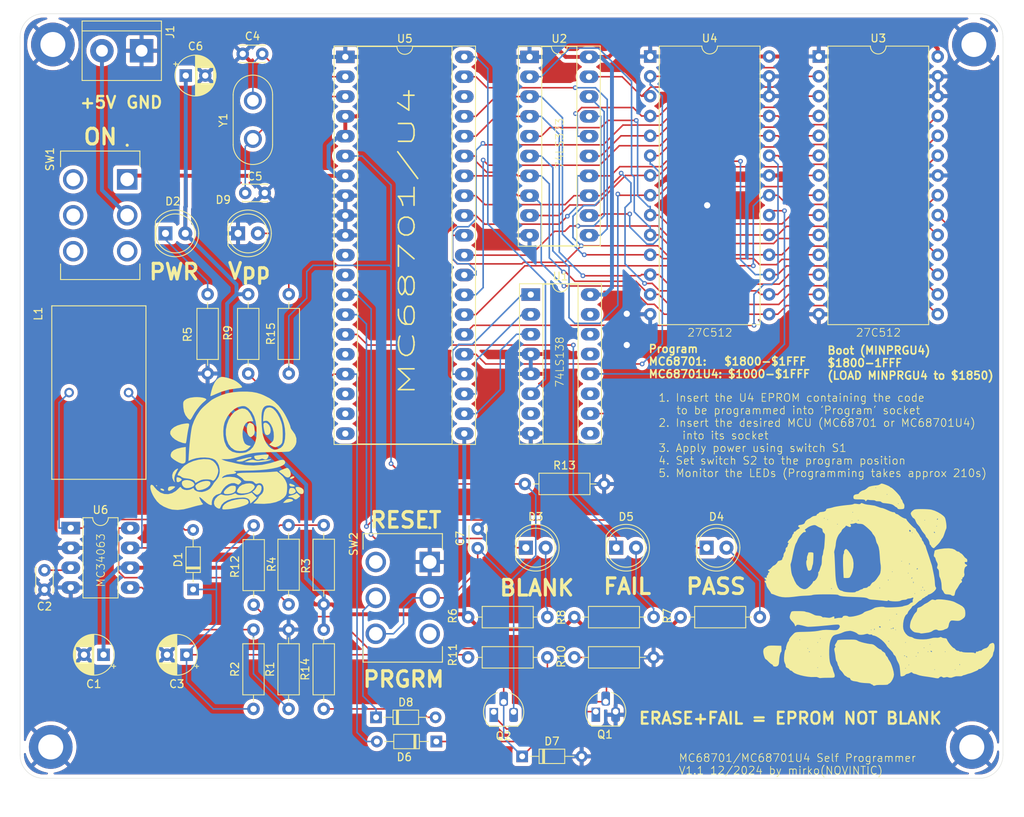
<source format=kicad_pcb>
(kicad_pcb (version 20240108) (generator "pcbnew") (generator_version "8.0")
  (title_block (title "MC68701/MC68701U4 Self Programmer") (date "2024-12-09") (rev "0.8") (comment 3 "mirko (NOVINTIC)"))
  (layers (0 "F.Cu" signal) (31 "B.Cu" signal) (34 "B.Paste" user) (35 "F.Paste" user) (36 "B.SilkS" user "B.Silkscreen") (37 "F.SilkS" user "F.Silkscreen") (38 "B.Mask" user) (39 "F.Mask" user) (44 "Edge.Cuts" user))
  (net 0 "")
  (net 1 "+5V")
  (net 2 "GND")
  (net 3 "Net-(U6-TC)")
  (net 4 "+26V")
  (net 5 "Net-(U5-XTAL1)")
  (net 6 "Net-(U5-EXTAL2)")
  (net 7 "Net-(Q2-E)")
  (net 8 "Net-(D1-A)")
  (net 9 "Net-(D2-K)")
  (net 10 "Net-(D3-A)")
  (net 11 "Net-(D3-K)")
  (net 12 "Net-(D4-A)")
  (net 13 "Net-(D4-K)")
  (net 14 "Net-(D5-K)")
  (net 15 "Net-(D5-A)")
  (net 16 "Net-(D6-A)")
  (net 17 "Net-(D6-K)")
  (net 18 "Net-(D7-K)")
  (net 19 "Net-(D8-K)")
  (net 20 "Net-(D8-A)")
  (net 21 "Net-(J1-Pin_2)")
  (net 22 "Net-(U6-Ipk)")
  (net 23 "Net-(Q2-C)")
  (net 24 "Net-(U6-Vfb)")
  (net 25 "Net-(U6-DC)")
  (net 30 "Net-(U1-A0)")
  (net 31 "Net-(U1-A2)")
  (net 32 "Net-(U1-O3)")
  (net 33 "Net-(U1-A1)")
  (net 35 "Net-(U1-E3)")
  (net 36 "Net-(U1-O5)")
  (net 42 "Net-(U2-O4)")
  (net 43 "Net-(U2-D3)")
  (net 44 "Net-(U2-O1)")
  (net 45 "Net-(U2-D4)")
  (net 46 "Net-(U2-D1)")
  (net 47 "Net-(U2-O0)")
  (net 48 "Net-(U2-O6)")
  (net 49 "Net-(U2-D2)")
  (net 50 "Net-(U2-D5)")
  (net 51 "Net-(U2-O2)")
  (net 52 "Net-(U2-O7)")
  (net 53 "Net-(U2-O5)")
  (net 54 "Net-(U2-O3)")
  (net 55 "Net-(U2-D7)")
  (net 56 "Net-(U2-D6)")
  (net 57 "Net-(U2-LE)")
  (net 58 "Net-(U2-D0)")
  (net 59 "Net-(U3-A11)")
  (net 60 "Net-(U3-A9)")
  (net 61 "Net-(U3-A10)")
  (net 62 "Net-(U3-A8)")
  (net 63 "Net-(U3-A12)")
  (net 73 "Net-(D9-A)")
  (footprint "TerminalBlock:TerminalBlock_bornier-2_P5.08mm" (layer "F.Cu") (at 95.24 50.5 180)
    (property "Reference" "J1")
    (property "Value" "+5Vin")
  )
  (footprint "Package_DIP:DIP-28_W15.24mm" (layer "F.Cu") (at 160.4 51.24)
    (property "Reference" "U4")
    (property "Value" "27C512")
  )
  (footprint "Resistor_THT:R_Axial_DIN0207_L6.3mm_D2.5mm_P10.16mm_Horizontal" (layer "F.Cu") (at 114.1 91.86 90)
    (property "Reference" "R15")
    (property "Value" "2K")
  )
  (footprint "Capacitor_THT:CP_Radial_D5.0mm_P2.50mm" (layer "F.Cu") (at 101 127.885 180)
    (property "Reference" "C3")
    (property "Value" "63uF")
  )
  (footprint "Package_DIP:DIP-28_W15.24mm" (layer "F.Cu") (at 182 51.24)
    (property "Reference" "U3")
    (property "Value" "27C512")
  )
  (footprint "Resistor_THT:R_Axial_DIN0207_L6.3mm_D2.5mm_P10.16mm_Horizontal" (layer "F.Cu") (at 118.575 134.825 90)
    (property "Reference" "R14")
    (property "Value" "27R")
  )
  (footprint "Capacitor_THT:C_Disc_D3.0mm_W2.0mm_P2.50mm" (layer "F.Cu") (at 138.3 114.235 90)
    (property "Reference" "C7")
    (property "Value" ".1uF")
  )
  (footprint "Resistor_THT:R_Axial_DIN0207_L6.3mm_D2.5mm_P10.16mm_Horizontal" (layer "F.Cu") (at 114.075 134.825 90)
    (property "Reference" "R1")
    (property "Value" "1K")
  )
  (footprint "MountingHole:MountingHole_3.2mm_M3_DIN965_Pad" (layer "F.Cu") (at 201.875 49.7)
    (property "Reference" "REF**" (hide yes))
    (property "Value" "MountingHole_3.2mm_M3_DIN965_Pad" (hide yes))
  )
  (footprint "Package_TO_SOT_THT:TO-92_HandSolder" (layer "F.Cu") (at 153.43 135.17)
    (property "Reference" "Q1")
    (property "Value" "BC547")
  )
  (footprint "footprints:SW_GF-126-0159" (layer "F.Cu") (at 89.94 71.585 -90)
    (property "Reference" "SW1")
    (property "Value" "SW_DPDT_x2")
  )
  (footprint "Resistor_THT:R_Axial_DIN0207_L6.3mm_D2.5mm_P10.16mm_Horizontal" (layer "F.Cu") (at 144.34 106)
    (property "Reference" "R13")
    (property "Value" "10K")
  )
  (footprint "LED_THT:LED_D5.0mm_Clear" (layer "F.Cu") (at 98.3 73.9)
    (property "Reference" "D2")
    (property "Value" "PWR")
  )
  (footprint "Diode_THT:D_DO-34_SOD68_P7.62mm_Horizontal" (layer "F.Cu") (at 101.845 119.515 90)
    (property "Reference" "D1")
    (property "Value" "1N5818/5819/5820")
  )
  (footprint "footprints:IND_FIT68-1" (layer "F.Cu") (at 89.765 94.295 -90)
    (property "Reference" "L1")
    (property "Value" "88uH")
  )
  (footprint "Capacitor_THT:CP_Radial_D5.0mm_P2.50mm" (layer "F.Cu") (at 100.9 53.68)
    (property "Reference" "C6")
    (property "Value" "100uF")
  )
  (footprint "LED_THT:LED_D5.0mm" (layer "F.Cu") (at 107.6 73.9)
    (property "Reference" "D9")
    (property "Value" "Vpp")
  )
  (footprint "MountingHole:MountingHole_3.2mm_M3_DIN965_Pad" (layer "F.Cu") (at 83.875 49.7)
    (property "Reference" "REF**" (hide yes))
    (property "Value" "MountingHole_3.2mm_M3_DIN965_Pad" (hide yes))
  )
  (footprint "LED_THT:LED_D5.0mm" (layer "F.Cu") (at 144.47 114.17)
    (property "Reference" "D3")
    (property "Value" "Erase")
  )
  (footprint "LED_THT:LED_D5.0mm" (layer "F.Cu") (at 156.05 114.17)
    (property "Reference" "D5")
    (property "Value" "Fail")
  )
  (footprint "footprints:BB_Bob" (layer "F.Cu") (at 106 101.2)
    (property "Reference" "G***" (hide yes))
    (property "Value" "LOGO" (hide yes))
  )
  (footprint "Package_DIP:DIP-20_W7.62mm_Socket_LongPads" (layer "F.Cu") (at 144.945 51.29)
    (property "Reference" "U2")
    (property "Value" "74LS373")
  )
  (footprint "Capacitor_THT:C_Disc_D3.0mm_W2.0mm_P2.50mm" (layer "F.Cu") (at 108.2 50.9)
    (property "Reference" "C4")
    (property "Value" "10pF")
  )
  (footprint "Resistor_THT:R_Axial_DIN0207_L6.3mm_D2.5mm_P10.16mm_Horizontal" (layer "F.Cu") (at 150.68 128.22)
    (property "Reference" "R10")
    (property "Value" "10K")
  )
  (footprint "Resistor_THT:R_Axial_DIN0207_L6.3mm_D2.5mm_P10.16mm_Horizontal" (layer "F.Cu") (at 108.9 81.7 -90)
    (property "Reference" "R9")
    (property "Value" "3.9K")
  )
  (footprint "Package_DIP:DIP-8_W7.62mm_LongPads" (layer "F.Cu") (at 86.165 111.655)
    (property "Reference" "U6")
    (property "Value" "MC34063AD")
  )
  (footprint "Resistor_THT:R_Axial_DIN0207_L6.3mm_D2.5mm_P10.16mm_Horizontal" (layer "F.Cu") (at 114.075 121.435 90)
    (property "Reference" "R4")
    (property "Value" "180R")
  )
  (footprint "Capacitor_THT:CP_Radial_D5.0mm_P2.50mm" (layer "F.Cu") (at 90.365 127.885 180)
    (property "Reference" "C1")
    (property "Value" "470uF(?)")
  )
  (footprint "Resistor_THT:R_Axial_DIN0207_L6.3mm_D2.5mm_P10.16mm_Horizontal" (layer "F.Cu") (at 137.07 123.06)
    (property "Reference" "R6")
    (property "Value" "470R")
  )
  (footprint "Resistor_THT:R_Axial_DIN0207_L6.3mm_D2.5mm_P10.16mm_Horizontal" (layer "F.Cu") (at 118.575 111.275 -90)
    (property "Reference" "R3")
    (property "Value" "0.23R")
  )
  (footprint "Resistor_THT:R_Axial_DIN0207_L6.3mm_D2.5mm_P10.16mm_Horizontal" (layer "F.Cu") (at 164.29 123.06)
    (property "Reference" "R7")
    (property "Value" "470R")
  )
  (footprint "Diode_THT:D_DO-34_SOD68_P7.62mm_Horizontal" (layer "F.Cu") (at 144 140.9)
    (property "Reference" "D7")
    (property "Value" "1N4748/1N5251")
  )
  (footprint "LED_THT:LED_D5.0mm" (layer "F.Cu") (at 167.63 114.17)
    (property "Reference" "D4")
    (property "Value" "Pass (OK)")
  )
  (footprint "Resistor_THT:R_Axial_DIN0207_L6.3mm_D2.5mm_P10.16mm_Horizontal" (layer "F.Cu") (at 103.7 81.7 -90)
    (property "Reference" "R5")
    (property "Value" "470R")
  )
  (footprint "Crystal:Crystal_HC50_Vertical" (layer "F.Cu") (at 109.5 61.8 90)
    (property "Reference" "Y1")
    (property "Value" "4Mhz")
  )
  (footprint "Package_TO_SOT_THT:TO-92_HandSolder" (layer "F.Cu") (at 140.36 135.2)
    (property "Reference" "Q2")
    (property "Value" "BC547")
  )
  (footprint "Resistor_THT:R_Axial_DIN0207_L6.3mm_D2.5mm_P10.16mm_Horizontal" (layer "F.Cu") (at 109.6 111.32 -90)
    (property "Reference" "R12")
    (property "Value" "10K")
  )
  (footprint "Resistor_THT:R_Axial_DIN0207_L6.3mm_D2.5mm_P10.16mm_Horizontal" (layer "F.Cu") (at 109.575 134.825 90)
    (property "Reference" "R2")
    (property "Value" "20K")
  )
  (footprint "Resistor_THT:R_Axial_DIN0207_L6.3mm_D2.5mm_P10.16mm_Horizontal" (layer "F.Cu") (at 150.68 123.06)
    (property "Reference" "R8")
    (property "Value" "470R")
  )
  (footprint "Package_DIP:DIP-16_W7.62mm_Socket_LongPads" (layer "F.Cu") (at 145.1 81.74)
    (property "Reference" "U1")
    (property "Value" "74LS138")
  )
  (footprint "Resistor_THT:R_Axial_DIN0207_L6.3mm_D2.5mm_P10.16mm_Horizontal" (layer "F.Cu") (at 137.07 128.22)
    (property "Reference" "R11")
    (property "Value" "100R")
  )
  (footprint "footprints:MCU_Logo" (layer "F.Cu") (at 189.515333 118.225715)
    (property "Reference" "G***" (hide yes))
    (property "Value" "LOGO" (hide yes))
  )
  (footprint "Capacitor_THT:C_Disc_D3.0mm_W2.0mm_P2.50mm" (layer "F.Cu") (at 82.8 117.05 -90)
    (property "Reference" "C2")
    (property "Value" "1123pF")
  )
  (footprint "Capacitor_THT:C_Disc_D3.0mm_W2.0mm_P2.50mm" (layer "F.Cu") (at 108.52 68.72)
    (property "Reference" "C5")
    (property "Value" "10pF")
  )
  (footprint "Package_DIP:DIP-40_W15.24mm_Socket_LongPads" (layer "F.Cu") (at 121.34 51.29)
    (property "Reference" "U5")
    (property "Value" "~")
  )
  (footprint "" (layer "F.Cu") (at 83.6 139.7)
    (property "Reference" "")
    (property "Value" "")
  )
  (footprint "Diode_THT:D_DO-34_SOD68_P7.62mm_Horizontal" (layer "F.Cu") (at 125.28 135.9)
    (property "Reference" "D8")
    (property "Value" "D_Small")
  )
  (footprint "" (layer "F.Cu") (at 201.6 139.7)
    (property "Reference" "")
    (property "Value" "")
  )
  (footprint "footprints:SW_GF-126-0159" (layer "F.Cu") (at 128.7 120.6 -90)
    (property "Reference" "SW2")
    (property "Value" "RST/PRG")
  )
  (footprint "Diode_THT:D_DO-34_SOD68_P7.62mm_Horizontal" (layer "F.Cu") (at 133 139 180)
    (property "Reference" "D6")
    (property "Value" "D_Small")
  )
  (gr_arc (start 82.67 143.715) (mid 80.54868 142.83632) (end 79.67 140.715) (stroke (width 0.05)) (layer "Edge.Cuts"))
  (gr_arc (start 79.67 48.755) (mid 80.54868 46.63368) (end 82.67 45.755) (stroke (width 0.05)) (layer "Edge.Cuts"))
  (gr_line (start 202.6 143.715) (end 82.67 143.715) (stroke (width 0.05)) (layer "Edge.Cuts"))
  (gr_arc (start 202.6 45.755) (mid 204.72132 46.63368) (end 205.6 48.755) (stroke (width 0.05)) (layer "Edge.Cuts"))
  (gr_arc (start 205.6 140.715) (mid 204.72132 142.83632) (end 202.6 143.715) (stroke (width 0.05)) (layer "Edge.Cuts"))
  (gr_line (start 82.67 45.755) (end 202.6 45.755) (stroke (width 0.05)) (layer "Edge.Cuts"))
  (gr_line (start 79.67 140.715) (end 79.67 48.755) (stroke (width 0.05)) (layer "Edge.Cuts"))
  (gr_line (start 205.6 48.755) (end 205.6 140.715) (stroke (width 0.05)) (layer "Edge.Cuts"))
  (gr_text "FAIL\n" (at 154.2 120.3 0) (layer "F.SilkS") (effects (font (size 2 2) (thickness 0.4) (bold yes)) (justify left bottom)))
  (gr_text "Program\nMC68701:   $1800-$1FFF\nMC68701U4: $1000-$1FFF" (at 160.1 92.5 0) (layer "F.SilkS") (effects (font (size 1 1) (thickness 0.2) (bold yes)) (justify left bottom)))
  (gr_text "PRGRM" (at 123.4 132.2 0) (layer "F.SilkS") (effects (font (size 2 2) (thickness 0.4) (bold yes)) (justify left bottom)))
  (gr_text "BLANK" (at 140.9 120.5 0) (layer "F.SilkS") (effects (font (size 2 2) (thickness 0.4) (bold yes)) (justify left bottom)))
  (gr_text "74LS138" (at 149.4 93.7 90) (layer "F.SilkS") (effects (font (size 1 1) (thickness 0.1)) (justify left bottom)))
  (gr_text "74LS373" (at 149.4 65.7 90) (layer "F.SilkS") (effects (font (size 1 1) (thickness 0.1)) (justify left bottom)))
  (gr_text "MC34063" (at 90.6 119.3 90) (layer "F.SilkS") (effects (font (size 1 1) (thickness 0.1)) (justify left bottom)))
  (gr_text "Boot (MINPRGU4)\n$1800-1FFF\n(LOAD MINPRGU4 to $1850)" (at 183 92.7 0) (layer "F.SilkS") (effects (font (size 1 1) (thickness 0.2) (bold yes)) (justify left bottom)))
  (gr_text "1. Insert the U4 EPROM containing the code \n   to be programmed into 'Program' socket\n2. Insert the desired MCU (MC68701 or MC68701U4)\n    into its socket\n3. Apply power using switch S1\n4. Set switch S2 to the program position\n5. Monitor the LEDs (Programming takes approx 210s)" (at 161.4 105.2 0) (layer "F.SilkS") (effects (font (size 1 1) (thickness 0.1)) (justify left bottom)))
  (gr_text "PASS" (at 164.8 120.3 0) (layer "F.SilkS") (effects (font (size 2 2) (thickness 0.4) (bold yes)) (justify left bottom)))
  (gr_text "27C512" (at 186.7 87.2 0) (layer "F.SilkS") (effects (font (size 1 1) (thickness 0.1)) (justify left bottom)))
  (gr_text "PWR" (at 96 80 0) (layer "F.SilkS") (effects (font (size 2 2) (thickness 0.4) (bold yes)) (justify left bottom)))
  (gr_text "ERASE+FAIL = EPROM NOT BLANK" (at 158.8 136.9 0) (layer "F.SilkS") (effects (font (size 1.5 1.5) (thickness 0.3) (bold yes)) (justify left bottom)))
  (gr_text "+5V" (at 87.2 58 0) (layer "F.SilkS") (effects (font (size 1.5 1.5) (thickness 0.3) (bold yes)) (justify left bottom)))
  (gr_text "RESET" (at 124.3 111.8 0) (layer "F.SilkS") (effects (font (size 2 2) (thickness 0.4) (bold yes)) (justify left bottom)))
  (gr_text "MC68701/U4" (at 130.4 95 90) (layer "F.SilkS") (effects (font (size 2 4) (thickness 0.2) (bold yes)) (justify left bottom)))
  (gr_text "27C512" (at 165.1 87.2 0) (layer "F.SilkS") (effects (font (size 1 1) (thickness 0.1)) (justify left bottom)))
  (gr_text "Vpp" (at 106.1 79.9 0) (layer "F.SilkS") (effects (font (size 2 2) (thickness 0.4) (bold yes)) (justify left bottom)))
  (gr_text "GND" (at 93.1 58 0) (layer "F.SilkS") (effects (font (size 1.5 1.5) (thickness 0.3) (bold yes)) (justify left bottom)))
  (gr_text "MC68701/MC68701U4 Self Programmer\nV1.1 12/2024 by mirko(NOVINTIC)" (at 164 143.3 0) (layer "F.SilkS") (effects (font (size 1 1) (thickness 0.1)) (justify left bottom)))
  (gr_text "ON" (at 87.6 62.7 0) (layer "F.SilkS") (effects (font (size 2 2) (thickness 0.4) (bold yes)) (justify left bottom)))
  (segment (start 100.9 70.46) (end 100.9 66.53) (width 0.5) (layer "F.Cu") (net 1))
  (segment (start 122.8417 58.91) (end 129.1917 52.56) (width 0.5) (layer "F.Cu") (net 1))
  (segment (start 129.1917 52.5083) (end 133.5 48.2) (width 0.5) (layer "F.Cu") (net 1))
  (segment (start 100.9 66.53) (end 121.34 66.53) (width 0.5) (layer "F.Cu") (net 1))
  (segment (start 129.1917 52.56) (end 129.1917 52.5083) (width 0.5) (layer "F.Cu") (net 1))
  (segment (start 100.84 73.9) (end 100.84 70.52) (width 0.5) (layer "F.Cu") (net 1))
  (segment (start 177.36 51.24) (end 180.3 48.3) (width 0.5) (layer "F.Cu") (net 1))
  (segment (start 146.5 48.2) (end 149.59 51.29) (width 0.5) (layer "F.Cu") (net 1))
  (segment (start 119.6767 121.435) (end 118.575 121.435) (width 0.5) (layer "F.Cu") (net 1))
  (segment (start 150.68 123.06) (end 152.22 124.6) (width 0.5) (layer "F.Cu") (net 1))
  (segment (start 149.59 51.29) (end 152.565 51.29) (width 0.5) (layer "F.Cu") (net 1))
  (segment (start 195.305 48.3) (end 197.24 50.235) (width 0.5) (layer "F.Cu") (net 1))
  (segment (start 93.88 66.5) (end 93.395 66.985) (width 0.5) (layer "F.Cu") (net 1))
  (segment (start 121.34 58.91) (end 122.8417 58.91) (width 0.5) (layer "F.Cu") (net 1))
  (segment (start 138.61 124.6) (end 149.14 124.6) (width 0.5) (layer "F.Cu") (net 1))
  (segment (start 100.9 66.53) (end 100.87 66.5) (width 0.5) (layer "F.Cu") (net 1))
  (segment (start 100.87 66.5) (end 93.88 66.5) (width 0.5) (layer "F.Cu") (net 1))
  (segment (start 197.24 50.235) (end 197.24 51.24) (width 0.5) (layer "F.Cu") (net 1))
  (segment (start 120.9417 122.7) (end 119.6767 121.435) (width 0.5) (layer "F.Cu") (net 1))
  (segment (start 136.71 122.7) (end 120.9417 122.7) (width 0.5) (layer "F.Cu") (net 1))
  (segment (start 175.64 51.24) (end 177.36 51.24) (width 0.5) (layer "F.Cu") (net 1))
  (segment (start 100.84 70.52) (end 100.9 70.46) (width 0.5) (layer "F.Cu") (net 1))
  (segment (start 133.5 48.2) (end 146.5 48.2) (width 0.5) (layer "F.Cu") (net 1))
  (segment (start 112.7733 116.735) (end 117.4733 121.435) (width 0.5) (layer "F.Cu") (net 1))
  (segment (start 152.565 51.29) (end 155.11 51.29) (width 0.5) (layer "F.Cu") (net 1))
  (segment (start 118.575 121.435) (end 117.4733 121.435) (width 0.5) (layer "F.Cu") (net 1))
  (segment (start 137.07 123.06) (end 138.61 124.6) (width 0.5) (layer "F.Cu") (net 1))
  (segment (start 93.785 116.735) (end 112.7733 116.735) (width 0.5) (layer "F.Cu") (net 1))
  (segment (start 155.11 51.29) (end 158.2 48.2) (width 0.5) (layer "F.Cu") (net 1))
  (segment (start 158.2 48.2) (end 171 48.2) (width 0.5) (layer "F.Cu") (net 1))
  (segment (start 121.34 58.91) (end 121.34 61.45) (width 0.5) (layer "F.Cu") (net 1))
  (segment (start 137.07 123.06) (end 136.71 122.7) (width 0.5) (layer "F.Cu") (net 1))
  (segment (start 149.14 124.6) (end 150.68 123.06) (width 0.5) (layer "F.Cu") (net 1))
  (segment (start 152.22 124.6) (end 162.75 124.6) (width 0.5) (layer "F.Cu") (net 1))
  (segment (start 180.3 48.3) (end 195.305 48.3) (width 0.5) (layer "F.Cu") (net 1))
  (segment (start 174.04 51.24) (end 175.64 51.24) (width 0.5) (layer "F.Cu") (net 1))
  (segment (start 171 48.2) (end 174.04 51.24) (width 0.5) (layer "F.Cu") (net 1))
  (segment (start 162.75 124.6) (end 164.29 123.06) (width 0.5) (layer "F.Cu") (net 1))
  (segment (start 118.575 120.3333) (end 118.575 121.435) (width 0.5) (layer "B.Cu") (net 1))
  (segment (start 116.325 106.1) (end 116.325 118.0833) (width 0.5) (layer "B.Cu") (net 1))
  (segment (start 154.0667 51.29) (end 155.5 52.7233) (width 0.5) (layer "B.Cu") (net 1))
  (segment (start 93.785 116.735) (end 92.2833 116.735) (width 0.5) (layer "B.Cu") (net 1))
  (segment (start 136.58 122.57) (end 137.07 123.06) (width 0.5) (layer "B.Cu") (net 1))
  (segment (start 118.575 121.435) (end 118.575 124.665) (width 0.5) (layer "B.Cu") (net 1))
  (segment (start 106.2 95.975) (end 116.325 106.1) (width 0.5) (layer "B.Cu") (net 1))
  (segment (start 107.4 81.7) (end 108.9 81.7) (width 0.5) (layer "B.Cu") (net 1))
  (segment (start 106.2 82.9) (end 106.2 95.975) (width 0.5) (layer "B.Cu") (net 1))
  (segment (start 119.2 62.7) (end 119.2 65.4) (width 0.5) (layer "B.Cu") (net 1))
  (segment (start 107.4 81.7) (end 106.2 82.9) (width 0.5) (layer "B.Cu") (net 1))
  (segment (start 90.365 127.885) (end 90.365 118.6533) (width 0.5) (layer "B.Cu") (net 1))
  (segment (start 121.34 61.45) (end 120.45 61.45) (width 0.5) (layer "B.Cu") (net 1))
  (segment (start 119.2 65.4) (end 120.33 66.53) (width 0.5) (layer "B.Cu") (net 1))
  (segment (start 152.565 51.29) (end 154.0667 51.29) (width 0.5) (layer "B.Cu") (net 1))
  (segment (start 100.84 73.9) (end 107.4 80.46) (width 0.5) (layer "B.Cu") (net 1))
  (segment (start 90.365 118.6533) (end 92.2833 116.735) (width 0.5) (layer "B.Cu") (net 1))
  (segment (start 154.6017 81.74) (end 152.72 81.74) (width 0.5) (layer "B.Cu") (net 1))
  (segment (start 116.325 118.0833) (end 118.575 120.3333) (width 0.5) (layer "B.Cu") (net 1))
  (segment (start 100.9 70.46) (end 100.84 70.52) (width 0.5) (layer "B.Cu") (net 1))
  (segment (start 136.58 99.55) (end 136.58 122.57) (width 0.5) (layer "B.Cu") (net 1))
  (segment (start 120.45 61.45) (end 119.2 62.7) (width 0.5) (layer "B.Cu") (net 1))
  (segment (start 155.5 80.8417) (end 154.6017 81.74) (width 0.5) (layer "B.Cu") (net 1))
  (segment (start 120.33 66.53) (end 121.34 66.53) (width 0.5) (layer "B.Cu") (net 1))
  (segment (start 100.9 53.68) (end 100.9 70.46) (width 0.5) (layer "B.Cu") (net 1))
  (segment (start 155.5 52.7233) (end 155.5 80.8417) (width 0.5) (layer "B.Cu") (net 1))
  (segment (start 100.84 70.52) (end 100.84 73.9) (width 0.5) (layer "B.Cu") (net 1))
  (segment (start 107.4 80.46) (end 107.4 81.7) (width 0.5) (layer "B.Cu") (net 1))
  (via (at 157.4 84.2) (size 1) (drill 0.8) (layers "F.Cu" "B.Cu") (net 2))
  (via (at 157.4 88.2) (size 1) (drill 0.8) (layers "F.Cu" "B.Cu") (net 2))
  (via (at 167.7 70.3) (size 1) (drill 0.8) (layers "F.Cu" "B.Cu") (net 2))
  (segment (start 82.8 117.05) (end 85.85 117.05) (width 0.2) (layer "F.Cu") (net 3))
  (segment (start 85.85 117.05) (end 86.165 116.735) (width 0.2) (layer "F.Cu") (net 3))
  (segment (start 136.735 127.885) (end 137.07 128.22) (width 0.2) (layer "F.Cu") (net 4))
  (segment (start 101 127.885) (end 136.735 127.885) (width 0.2) (layer "F.Cu") (net 4))
  (segment (start 101 131.4) (end 104.425 134.825) (width 0.2) (layer "B.Cu") (net 4))
  (segment (start 104.825 116.095) (end 104.825 119.515) (width 0.2) (layer "B.Cu") (net 4))
  (segment (start 109.6 111.32) (end 104.825 116.095) (width 0.2) (layer "B.Cu") (net 4))
  (segment (start 104.825 119.515) (end 101.845 119.515) (width 0.2) (layer "B.Cu") (net 4))
  (segment (start 104.825 119.515) (end 104.825 123.875) (width 0.2) (layer "B.Cu") (net 4))
  (segment (start 104.825 123.875) (end 101 127.7) (width 0.2) (layer "B.Cu") (net 4))
  (segment (start 104.425 134.825) (end 109.575 134.825) (width 0.2) (layer "B.Cu") (net 4))
  (segment (start 101 127.7) (end 101 131.4) (width 0.2) (layer "B.Cu") (net 4))
  (segment (start 121.34 53.83) (end 113.63 53.83) (width 0.2) (layer "F.Cu") (net 5))
  (segment (start 113.63 53.83) (end 110.7 50.9) (width 0.2) (layer "F.Cu") (net 5))
  (segment (start 109.5 52.1) (end 109.5 56.9) (width 0.2) (layer "B.Cu") (net 5))
  (segment (start 110.7 50.9) (end 109.5 52.1) (width 0.2) (layer "B.Cu") (net 5))
  (segment (start 121.34 56.37) (end 114.93 56.37) (width 0.2) (layer "F.Cu") (net 6))
  (segment (start 114.93 56.37) (end 109.5 61.8) (width 0.2) (layer "F.Cu") (net 6))
  (segment (start 108.52 62.78) (end 109.5 61.8) (width 0.2) (layer "B.Cu") (net 6))
  (segment (start 108.52 68.72) (end 108.52 62.78) (width 0.2) (layer "B.Cu") (net 6))
  (segment (start 138.3 117.1) (end 134.8 120.6) (width 0.2) (layer "F.Cu") (net 7))
  (segment (start 129.8 106) (end 144.34 106) (width 0.2) (layer "F.Cu") (net 7))
  (segment (start 134.8 120.6) (end 132.155 120.6) (width 0.2) (layer "F.Cu") (net 7))
  (segment (start 127.2 103.4) (end 129.8 106) (width 0.2) (layer "F.Cu") (net 7))
  (segment (start 138.3 114.235) (end 138.3 117.1) (width 0.2) (layer "F.Cu") (net 7))
  (via (at 127.2 103.4) (size 0.6) (drill 0.3) (layers "F.Cu" "B.Cu") (net 7))
  (segment (start 128.8 123.9) (end 127.5 125.2) (width 0.2) (layer "B.Cu") (net 7))
  (segment (start 142.91 118.845) (end 142.491 118.426) (width 0.2) (layer "B.Cu") (net 7))
  (segment (start 128.8 121.8) (end 128.8 123.9) (width 0.2) (layer "B.Cu") (net 7))
  (segment (start 132.155 120.6) (end 130 120.6) (width 0.2) (layer "B.Cu") (net 7))
  (segment (start 127.2 78.2) (end 127.2 103.4) (width 0.2) (layer "B.Cu") (net 7))
  (segment (start 145.74 115.177) (end 142.491 118.426) (width 0.2) (layer "B.Cu") (net 7))
  (segment (start 116.4 82.2) (end 116.4 78.8) (width 0.2) (layer "B.Cu") (net 7))
  (segment (start 144.34 106) (end 145.74 107.4) (width 0.2) (layer "B.Cu") (net 7))
  (segment (start 116.4 78.8) (end 117.2 78) (width 0.2) (layer "B.Cu") (net 7))
  (segment (start 142.91 135.18) (end 142.91 118.845) (width 0.2) (layer "B.Cu") (net 7))
  (segment (start 114.1 84.5) (end 116.4 82.2) (width 0.2) (layer "B.Cu") (net 7))
  (segment (start 123.49 63.99) (end 127.2 67.7) (width 0.2) (layer "B.Cu") (net 7))
  (segment (start 114.1 91.8) (end 114.1 84.5) (width 0.2) (layer "B.Cu") (net 7))
  (segment (start 127.2 67.7) (end 127.2 78.2) (width 0.2) (layer "B.Cu") (net 7))
  (segment (start 130 120.6) (end 128.8 121.8) (width 0.2) (layer "B.Cu") (net 7))
  (segment (start 127.5 125.2) (end 125.245 125.2) (width 0.2) (layer "B.Cu") (net 7))
  (segment (start 127 78) (end 127.2 78.2) (width 0.2) (layer "B.Cu") (net 7))
  (segment (start 121.34 63.99) (end 123.49 63.99) (width 0.2) (layer "B.Cu") (net 7))
  (segment (start 117.2 78) (end 127 78) (width 0.2) (layer "B.Cu") (net 7))
  (segment (start 142.491 118.426) (end 138.3 114.235) (width 0.2) (layer "B.Cu") (net 7))
  (segment (start 145.74 107.4) (end 145.74 115.177) (width 0.2) (layer "B.Cu") (net 7))
  (segment (start 100.7933 111.895) (end 99.4516 110.5533) (width 0.2) (layer "F.Cu") (net 8))
  (segment (start 101.845 111.895) (end 100.7933 111.895) (width 0.2) (layer "F.Cu") (net 8))
  (segment (start 86.165 111.655) (end 87.6667 111.655) (width 0.2) (layer "F.Cu") (net 8))
  (segment (start 99.4516 110.5533) (end 88.7684 110.5533) (width 0.2) (layer "F.Cu") (net 8))
  (segment (start 88.7684 110.5533) (end 87.6667 111.655) (width 0.2) (layer "F.Cu") (net 8))
  (segment (start 84.6633 95.5867) (end 84.6633 111.655) (width 0.2) (layer "B.Cu") (net 8))
  (segment (start 86.165 111.655) (end 84.6633 111.655) (width 0.2) (layer "B.Cu") (net 8))
  (segment (start 85.955 94.295) (end 84.6633 95.5867) (width 0.2) (layer "B.Cu") (net 8))
  (segment (start 98.3 74.7) (end 103.7 80.1) (width 0.2) (layer "B.Cu") (net 9))
  (segment (start 98.3 73.9) (end 98.3 74.7) (width 0.2) (layer "B.Cu") (net 9))
  (segment (start 103.7 80.1) (end 103.7 81.7) (width 0.2) (layer "B.Cu") (net 9))
  (segment (start 147.23 123.06) (end 147.23 121.9583) (width 0.2) (layer "B.Cu") (net 10))
  (segment (start 147.01 121.7383) (end 147.23 121.9583) (width 0.2) (layer "B.Cu") (net 10))
  (segment (start 147.01 114.17) (end 147.01 121.7383) (width 0.2) (layer "B.Cu") (net 10))
  (segment (start 124.6281 112.4722) (end 125.1409 112.985) (width 0.2) (layer "F.Cu") (net 11))
  (segment (start 142.0833 112.985) (end 143.2683 114.17) (width 0.2) (layer "F.Cu") (net 11))
  (segment (start 125.1409 112.985) (end 142.0833 112.985) (width 0.2) (layer "F.Cu") (net 11))
  (segment (start 144.47 114.17) (end 143.2683 114.17) (width 0.2) (layer "F.Cu") (net 11))
  (via (at 124.6281 112.4722) (size 0.6) (drill 0.3) (layers "F.Cu" "B.Cu") (net 11))
  (segment (start 124.6505 83.5788) (end 122.8417 81.77) (width 0.2) (layer "B.Cu") (net 11))
  (segment (start 121.34 81.77) (end 122.8417 81.77) (width 0.2) (layer "B.Cu") (net 11))
  (segment (start 124.6281 112.4722) (end 124.6505 112.4498) (width 0.2) (layer "B.Cu") (net 11))
  (segment (start 124.6505 112.4498) (end 124.6505 83.5788) (width 0.2) (layer "B.Cu") (net 11))
  (segment (start 170.17 114.17) (end 174.45 118.45) (width 0.2) (layer "B.Cu") (net 12))
  (segment (start 174.45 118.45) (end 174.45 123.06) (width 0.2) (layer "B.Cu") (net 12))
  (segment (start 167.63 114.17) (end 166.4283 114.17) (width 0.2) (layer "F.Cu") (net 13))
  (segment (start 124.8797 110.6165) (end 124.0488 111.4474) (width 0.2) (layer "F.Cu") (net 13))
  (segment (start 166.4283 114.17) (end 162.8748 110.6165) (width 0.2) (layer "F.Cu") (net 13))
  (segment (start 162.8748 110.6165) (end 124.8797 110.6165) (width 0.2) (layer "F.Cu") (net 13))
  (via (at 124.0488 111.4474) (size 0.6) (drill 0.3) (layers "F.Cu" "B.Cu") (net 13))
  (segment (start 124.0488 85.5171) (end 122.8417 84.31) (width 0.2) (layer "B.Cu") (net 13))
  (segment (start 121.34 84.31) (end 122.8417 84.31) (width 0.2) (layer "B.Cu") (net 13))
  (segment (start 124.0488 111.4474) (end 124.0488 85.5171) (width 0.2) (layer "B.Cu") (net 13))
  (segment (start 121.34 86.85) (end 122.8417 86.85) (width 0.2) (layer "F.Cu") (net 14))
  (segment (start 150.5546 88.205) (end 124.1967 88.205) (width 0.2) (layer "F.Cu") (net 14))
  (segment (start 124.1967 88.205) (end 122.8417 86.85) (width 0.2) (layer "F.Cu") (net 14))
  (via (at 150.5546 88.205) (size 0.6) (drill 0.3) (layers "F.Cu" "B.Cu") (net 14))
  (segment (start 156.05 114.17) (end 156.05 112.9683) (width 0.2) (layer "B.Cu") (net 14))
  (segment (start 156.05 112.9683) (end 150.5546 107.4729) (width 0.2) (layer "B.Cu") (net 14))
  (segment (start 150.5546 107.4729) (end 150.5546 88.205) (width 0.2) (layer "B.Cu") (net 14))
  (segment (start 158.59 114.17) (end 158.59 119.7083) (width 0.2) (layer "B.Cu") (net 15))
  (segment (start 158.59 119.7083) (end 160.84 121.9583) (width 0.2) (layer "B.Cu") (net 15))
  (segment (start 160.84 123.06) (end 160.84 121.9583) (width 0.2) (layer "B.Cu") (net 15))
  (segment (start 108.9 91.9) (end 111.5 94.5) (width 0.2) (layer "F.Cu") (net 16))
  (segment (start 119.8383 91.93) (end 121.34 91.93) (width 0.2) (layer "F.Cu") (net 16))
  (segment (start 117.2683 94.5) (end 119.8383 91.93) (width 0.2) (layer "F.Cu") (net 16))
  (segment (start 108.9 91.86) (end 108.9 91.9) (width 0.2) (layer "F.Cu") (net 16))
  (segment (start 111.5 94.5) (end 117.2683 94.5) (width 0.2) (layer "F.Cu") (net 16))
  (segment (start 124 139) (end 122.8417 137.8417) (width 0.2) (layer "B.Cu") (net 16))
  (segment (start 122.8417 91.93) (end 121.34 91.93) (width 0.2) (layer "B.Cu") (net 16))
  (segment (start 122.8417 137.8417) (end 122.8417 91.93) (width 0.2) (layer "B.Cu") (net 16))
  (segment (start 125.38 139) (end 124 139) (width 0.2) (layer "B.Cu") (net 16))
  (segment (start 150 133.9) (end 154.7 133.9) (width 0.2) (layer "F.Cu") (net 17))
  (segment (start 144.9 139) (end 150 133.9) (width 0.2) (layer "F.Cu") (net 17))
  (segment (start 154.8 129.8) (end 154.8 133.8) (width 0.2) (layer "F.Cu") (net 17))
  (segment (start 133 139) (end 144.9 139) (width 0.2) (layer "F.Cu") (net 17))
  (segment (start 153.22 128.22) (end 154.8 129.8) (width 0.2) (layer "F.Cu") (net 17))
  (segment (start 150.68 128.22) (end 153.22 128.22) (width 0.2) (layer "F.Cu") (net 17))
  (segment (start 154.8 133.8) (end 154.7 133.9) (width 0.2) (layer "F.Cu") (net 17))
  (segment (start 124.3 127.1) (end 141.1 127.1) (width 0.2) (layer "F.Cu") (net 18))
  (segment (start 144 140.9) (end 149.73 135.17) (width 0.2) (layer "F.Cu") (net 18))
  (segment (start 120.2 123) (end 124.3 127.1) (width 0.2) (layer "F.Cu") (net 18))
  (segment (start 109.6 121.48) (end 111.12 123) (width 0.2) (layer "F.Cu") (net 18))
  (segment (start 111.12 123) (end 120.2 123) (width 0.2) (layer "F.Cu") (net 18))
  (segment (start 149.73 135.17) (end 153.43 135.17) (width 0.2) (layer "F.Cu") (net 18))
  (segment (start 141.1 127.1) (end 141.63 127.63) (width 0.2) (layer "F.Cu") (net 18))
  (segment (start 141.63 127.63) (end 141.63 133.93) (width 0.2) (layer "F.Cu") (net 18))
  (segment (start 141.63 133.93) (end 141.63 138.53) (width 0.2) (layer "B.Cu") (net 18))
  (segment (start 141.63 138.53) (end 144 140.9) (width 0.2) (layer "B.Cu") (net 18))
  (segment (start 123.6011 122.2439) (end 125.245 120.6) (width 0.2) (layer "B.Cu") (net 19))
  (segment (start 123.6011 133.1694) (end 123.6011 122.2439) (width 0.2) (layer "B.Cu") (net 19))
  (segment (start 125.28 134.8483) (end 123.6011 133.1694) (width 0.2) (layer "B.Cu") (net 19))
  (segment (start 125.28 135.9) (end 125.28 134.8483) (width 0.2) (layer "B.Cu") (net 19))
  (segment (start 131.8483 135.9) (end 130.7733 134.825) (width 0.2) (layer "F.Cu") (net 20))
  (segment (start 132.9 135.9) (end 131.8483 135.9) (width 0.2) (layer "F.Cu") (net 20))
  (segment (start 130.7733 134.825) (end 118.575 134.825) (width 0.2) (layer "F.Cu") (net 20))
  (segment (start 90.16 50.5) (end 90.16 68.35) (width 0.5) (layer "B.Cu") (net 21))
  (segment (start 90.16 68.35) (end 93.395 71.585) (width 0.5) (layer "B.Cu") (net 21))
  (segment (start 114.075 111.275) (end 112.9733 111.275) (width 0.2) (layer "F.Cu") (net 22))
  (segment (start 110.0533 114.195) (end 93.785 114.195) (width 0.2) (layer "F.Cu") (net 22))
  (segment (start 118.575 111.275) (end 114.075 111.275) (width 0.2) (layer "F.Cu") (net 22))
  (segment (start 112.9733 111.275) (end 110.0533 114.195) (width 0.2) (layer "F.Cu") (net 22))
  (segment (start 93.575 94.295) (end 95.2867 96.0067) (width 0.2) (layer "B.Cu") (net 22))
  (segment (start 93.785 114.195) (end 95.2867 114.195) (width 0.2) (layer "B.Cu") (net 22))
  (segment (start 95.2867 96.0067) (end 95.2867 114.195) (width 0.2) (layer "B.Cu") (net 22))
  (segment (start 142 137.4) (end 145 137.4) (width 0.2) (layer "F.Cu") (net 23))
  (segment (start 140.36 135.76) (end 142 137.4) (width 0.2) (layer "F.Cu") (net 23))
  (segment (start 140.36 135.2) (end 140.36 135.76) (width 0.2) (layer "F.Cu") (net 23))
  (segment (start 145 137.4) (end 147.23 135.17) (width 0.2) (layer "F.Cu") (net 23))
  (segment (start 147.23 135.17) (end 147.23 128.22) (width 0.2) (layer "F.Cu") (net 23))
  (segment (start 93.785 119.275) (end 95.2867 119.275) (width 0.2) (layer "F.Cu") (net 24))
  (segment (start 100.6767 124.665) (end 109.575 124.665) (width 0.2) (layer "F.Cu") (net 24))
  (segment (start 100.6767 124.665) (end 95.2867 119.275) (width 0.2) (layer "F.Cu") (net 24))
  (segment (start 109.575 130.325) (end 109.575 124.665) (width 0.2) (layer "B.Cu") (net 24))
  (segment (start 114.075 134.825) (end 109.575 130.325) (width 0.2) (layer "B.Cu") (net 24))
  (segment (start 93.785 111.655) (end 92.2833 111.655) (width 0.2) (layer "F.Cu") (net 25))
  (segment (start 93.0482 118.005) (end 92.2833 117.2401) (width 0.2) (layer "F.Cu") (net 25))
  (segment (start 110.645 118.005) (end 93.0482 118.005) (width 0.2) (layer "F.Cu") (net 25))
  (segment (start 92.2833 117.2401) (end 92.2833 111.655) (width 0.2) (layer "F.Cu") (net 25))
  (segment (start 114.075 121.435) (end 110.645 118.005) (width 0.2) (layer "F.Cu") (net 25))
  (segment (start 143.9783 81.74) (end 137.5983 88.12) (width 0.2) (layer "B.Cu") (net 30))
  (segment (start 135.0783 88.9284) (end 135.0783 91.93) (width 0.2) (layer "B.Cu") (net 30))
  (segment (start 137.5983 88.12) (end 135.8867 88.12) (width 0.2) (layer "B.Cu") (net 30))
  (segment (start 135.8867 88.12) (end 135.0783 88.9284) (width 0.2) (layer "B.Cu") (net 30))
  (segment (start 135.0783 91.93) (end 136.58 91.93) (width 0.2) (layer "B.Cu") (net 30))
  (segment (start 145.1 81.74) (end 143.9783 81.74) (width 0.2) (layer "B.Cu") (net 30))
  (segment (start 141.2 93.9) (end 141.2 88.9) (width 0.2) (layer "B.Cu") (net 31))
  (segment (start 136.58 97.01) (end 138.09 97.01) (width 0.2) (layer "B.Cu") (net 31))
  (segment (start 138.09 97.01) (end 141.2 93.9) (width 0.2) (layer "B.Cu") (net 31))
  (segment (start 143.28 86.82) (end 145.1 86.82) (width 0.2) (layer "B.Cu") (net 31))
  (segment (start 141.2 88.9) (end 143.28 86.82) (width 0.2) (layer "B.Cu") (net 31))
  (segment (start 176.2 71) (end 175.64 71.56) (width 0.2) (layer "F.Cu") (net 32))
  (segment (start 177.6 71) (end 176.2 71) (width 0.2) (layer "F.Cu") (net 32))
  (via (at 177.6 71) (size 0.6) (drill 0.3) (layers "F.Cu" "B.Cu") (net 32))
  (segment (start 152.72 91.9) (end 173.795747 91.9) (width 0.2) (layer "B.Cu") (net 32))
  (segment (start 177.6 88.095747) (end 177.6 71) (width 0.2) (layer "B.Cu") (net 32))
  (segment (start 173.795747 91.9) (end 177.596598 88.099149) (width 0.2) (layer "B.Cu") (net 32))
  (segment (start 177.596598 88.099149) (end 177.6 88.095747) (width 0.2) (layer "B.Cu") (net 32))
  (segment (start 145.1 84.28) (end 143.9783 84.28) (width 0.2) (layer "B.Cu") (net 33))
  (segment (start 138.0817 90.1766) (end 138.0817 94.47) (width 0.2) (layer "B.Cu") (net 33))
  (segment (start 138.0817 94.47) (end 136.58 94.47) (width 0.2) (layer "B.Cu") (net 33))
  (segment (start 143.9783 84.28) (end 138.0817 90.1766) (width 0.2) (layer "B.Cu") (net 33))
  (segment (start 146.9817 92.5583) (end 146.9817 80.0912) (width 0.2) (layer "B.Cu") (net 35))
  (segment (start 145.1 94.44) (end 146.9817 92.5583) (width 0.2) (layer "B.Cu") (net 35))
  (segment (start 139.6015 72.711) (end 139.6015 52.8098) (width 0.2) (layer "B.Cu") (net 35))
  (segment (start 139.6015 52.8098) (end 138.0817 51.29) (width 0.2) (layer "B.Cu") (net 35))
  (segment (start 146.9817 80.0912) (end 139.6015 72.711) (width 0.2) (layer "B.Cu") (net 35))
  (segment (start 138.0817 51.29) (end 136.58 51.29) (width 0.2) (layer "B.Cu") (net 35))
  (segment (start 194.32 96.98) (end 200 91.3) (width 0.2) (layer "F.Cu") (net 36))
  (segment (start 200 91.3) (end 200 74.32) (width 0.2) (layer "F.Cu") (net 36))
  (segment (start 152.72 96.98) (end 194.32 96.98) (width 0.2) (layer "F.Cu") (net 36))
  (segment (start 200 74.32) (end 197.24 71.56) (width 0.2) (layer "F.Cu") (net 36))
  (segment (start 177.606 62.8302) (end 178.7158 63.94) (width 0.2) (layer "F.Cu") (net 42))
  (segment (start 152.565 71.61) (end 154.0667 71.61) (width 0.2) (layer "F.Cu") (net 42))
  (segment (start 161.5017 63.94) (end 162.6115 62.8302) (width 0.2) (layer "F.Cu") (net 42))
  (segment (start 160.4 63.94) (end 161.5017 63.94) (width 0.2) (layer "F.Cu") (net 42))
  (segment (start 157.7796 71.4161) (end 154.2606 71.4161) (width 0.2) (layer "F.Cu") (net 42))
  (segment (start 154.2606 71.4161) (end 154.0667 71.61) (width 0.2) (layer "F.Cu") (net 42))
  (segment (start 162.6115 62.8302) (end 177.606 62.8302) (width 0.2) (layer "F.Cu") (net 42))
  (segment (start 178.7158 63.94) (end 182 63.94) (width 0.2) (layer "F.Cu") (net 42))
  (via (at 157.7796 71.4161) (size 0.6) (drill 0.3) (layers "F.Cu" "B.Cu") (net 42))
  (segment (start 160.4 65.0417) (end 160.5726 65.0417) (width 0.2) (layer "B.Cu") (net 42))
  (segment (start 161.5509 66.02) (end 161.5509 74.5109) (width 0.2) (layer "B.Cu") (net 42))
  (segment (start 160.5726 65.0417) (end 161.5509 66.02) (width 0.2) (layer "B.Cu") (net 42))
  (segment (start 161.5509 74.5109) (end 160.7836 75.2782) (width 0.2) (layer "B.Cu") (net 42))
  (segment (start 160.4 63.94) (end 160.4 65.0417) (width 0.2) (layer "B.Cu") (net 42))
  (segment (start 160.7836 75.2782) (end 159.9893 75.2782) (width 0.2) (layer "B.Cu") (net 42))
  (segment (start 159.9893 75.2782) (end 157.7796 73.0685) (width 0.2) (layer "B.Cu") (net 42))
  (segment (start 157.7796 73.0685) (end 157.7796 71.4161) (width 0.2) (layer "B.Cu") (net 42))
  (segment (start 196.032 83.1487) (end 177.853 83.1487) (width 0.2) (layer "F.Cu") (net 43))
  (segment (start 157.6918 80.6383) (end 149.35 80.6383) (width 0.2) (layer "F.Cu") (net 43))
  (segment (start 175.64 84.26) (end 162.2 84.26) (width 0.2) (layer "F.Cu") (net 43))
  (segment (start 177.853 83.1487) (end 176.7417 84.26) (width 0.2) (layer "F.Cu") (net 43))
  (segment (start 160.0435 82.99) (end 157.6918 80.6383) (width 0.2) (layer "F.Cu") (net 43))
  (segment (start 176.7417 84.26) (end 175.64 84.26) (width 0.2) (layer "F.Cu") (net 43))
  (segment (start 144.945 69.07) (end 143.4433 69.07) (width 0.2) (layer "F.Cu") (net 43))
  (segment (start 160.93 82.99) (end 160.0435 82.99) (width 0.2) (layer "F.Cu") (net 43))
  (segment (start 197.24 84.26) (end 197.1433 84.26) (width 0.2) (layer "F.Cu") (net 43))
  (segment (start 162.2 84.26) (end 160.93 82.99) (width 0.2) (layer "F.Cu") (net 43))
  (segment (start 197.1433 84.26) (end 196.032 83.1487) (width 0.2) (layer "F.Cu") (net 43))
  (segment (start 140.9033 66.53) (end 136.58 66.53) (width 0.2) (layer "F.Cu") (net 43))
  (segment (start 143.4433 69.07) (end 140.9033 66.53) (width 0.2) (layer "F.Cu") (net 43))
  (via (at 149.35 80.6383) (size 0.6) (drill 0.3) (layers "F.Cu" "B.Cu") (net 43))
  (segment (start 145.345 69.07) (end 146.4467 70.1717) (width 0.2) (layer "B.Cu") (net 43))
  (segment (start 146.4467 77.735) (end 149.35 80.6383) (width 0.2) (layer "B.Cu") (net 43))
  (segment (start 146.4467 70.1717) (end 146.4467 77.735) (width 0.2) (layer "B.Cu") (net 43))
  (segment (start 144.945 69.07) (end 145.345 69.07) (width 0.2) (layer "B.Cu") (net 43))
  (segment (start 178.4197 71.56) (end 182 71.56) (width 0.2) (layer "F.Cu") (net 44))
  (segment (start 161.5017 71.56) (end 162.6281 72.6864) (width 0.2) (layer "F.Cu") (net 44))
  (segment (start 147.5484 60.3483) (end 154.0667 60.3483) (width 0.2) (layer "F.Cu") (net 44))
  (segment (start 154.0667 60.3483) (end 154.9908 59.4242) (width 0.2) (layer "F.Cu") (net 44))
  (segment (start 177.2933 72.6864) (end 178.4197 71.56) (width 0.2) (layer "F.Cu") (net 44))
  (segment (start 146.4467 61.45) (end 147.5484 60.3483) (width 0.2) (layer "F.Cu") (net 44))
  (segment (start 154.9908 59.4242) (end 158.6144 59.4242) (width 0.2) (layer "F.Cu") (net 44))
  (segment (start 160.4 71.56) (end 161.5017 71.56) (width 0.2) (layer "F.Cu") (net 44))
  (segment (start 162.6281 72.6864) (end 177.2933 72.6864) (width 0.2) (layer "F.Cu") (net 44))
  (segment (start 144.945 61.45) (end 146.4467 61.45) (width 0.2) (layer "F.Cu") (net 44))
  (via (at 158.6144 59.4242) (size 0.6) (drill 0.3) (layers "F.Cu" "B.Cu") (net 44))
  (segment (start 160.1717 70.4583) (end 160.4 70.4583) (width 0.2) (layer "B.Cu") (net 44))
  (segment (start 158.6144 59.4242) (end 158.7879 59.5977) (width 0.2) (layer "B.Cu") (net 44))
  (segment (start 160.4 71.56) (end 160.4 70.4583) (width 0.2) (layer "B.Cu") (net 44))
  (segment (start 158.7879 59.5977) (end 158.7879 69.0745) (width 0.2) (layer "B.Cu") (net 44))
  (segment (start 158.7879 69.0745) (end 160.1717 70.4583) (width 0.2) (layer "B.Cu") (net 44))
  (segment (start 151.8142 69.07) (end 152.565 69.07) (width 0.2) (layer "F.Cu") (net 45))
  (segment (start 177.853 80.6087) (end 176.7417 81.72) (width 0.2) (layer "F.Cu") (net 45))
  (segment (start 161.6111 81.2635) (end 174.0818 81.2635) (width 0.2) (layer "F.Cu") (net 45))
  (segment (start 159.6812 80.3084) (end 160.656 80.3084) (width 0.2) (layer "F.Cu") (net 45))
  (segment (start 175.64 81.72) (end 174.5383 81.72) (width 0.2) (layer "F.Cu") (net 45))
  (segment (start 176.7417 81.72) (end 175.64 81.72) (width 0.2) (layer "F.Cu") (net 45))
  (segment (start 149.4949 70.2138) (end 139.2255 70.2138) (width 0.2) (layer "F.Cu") (net 45))
  (segment (start 197.1433 81.72) (end 196.032 80.6087) (width 0.2) (layer "F.Cu") (net 45))
  (segment (start 197.24 81.72) (end 197.1433 81.72) (width 0.2) (layer "F.Cu") (net 45))
  (segment (start 156.6809 66.4558) (end 156.6809 66.1817) (width 0.2) (layer "F.Cu") (net 45))
  (segment (start 150.6387 69.07) (end 151.8142 69.07) (width 0.2) (layer "F.Cu") (net 45))
  (segment (start 160.656 80.3084) (end 161.6111 81.2635) (width 0.2) (layer "F.Cu") (net 45))
  (segment (start 154.0667 69.07) (end 156.6809 66.4558) (width 0.2) (layer "F.Cu") (net 45))
  (segment (start 174.0818 81.2635) (end 174.5383 81.72) (width 0.2) (layer "F.Cu") (net 45))
  (segment (start 196.032 80.6087) (end 177.853 80.6087) (width 0.2) (layer "F.Cu") (net 45))
  (segment (start 152.565 69.07) (end 154.0667 69.07) (width 0.2) (layer "F.Cu") (net 45))
  (segment (start 139.2255 70.2138) (end 138.0817 69.07) (width 0.2) (layer "F.Cu") (net 45))
  (segment (start 150.6387 69.07) (end 149.4949 70.2138) (width 0.2) (layer "F.Cu") (net 45))
  (segment (start 136.58 69.07) (end 138.0817 69.07) (width 0.2) (layer "F.Cu") (net 45))
  (via (at 156.6809 66.1817) (size 0.6) (drill 0.3) (layers "F.Cu" "B.Cu") (net 45))
  (via (at 159.6812 80.3084) (size 0.6) (drill 0.3) (layers "F.Cu" "B.Cu") (net 45))
  (segment (start 156.6809 66.1817) (end 157.9311 67.4319) (width 0.2) (layer "B.Cu") (net 45))
  (segment (start 157.9311 67.4319) (end 157.9311 69.8451) (width 0.2) (layer "B.Cu") (net 45))
  (segment (start 157.1779 77.8051) (end 159.6812 80.3084) (width 0.2) (layer "B.Cu") (net 45))
  (segment (start 157.1779 70.5983) (end 157.1779 77.8051) (width 0.2) (layer "B.Cu") (net 45))
  (segment (start 157.9311 69.8451) (end 157.1779 70.5983) (width 0.2) (layer "B.Cu") (net 45))
  (segment (start 160.4 79.18) (end 159.2983 79.18) (width 0.2) (layer "F.Cu") (net 46))
  (segment (start 182 79.18) (end 178.1561 79.18) (width 0.2) (layer "F.Cu") (net 46))
  (segment (start 178.1561 79.18) (end 176.9361 80.4) (width 0.2) (layer "F.Cu") (net 46))
  (segment (start 144.945 58.91) (end 140.6217 58.91) (width 0.2) (layer "F.Cu") (net 46))
  (segment (start 176.9361 80.4) (end 162.7217 80.4) (width 0.2) (layer "F.Cu") (net 46))
  (segment (start 162.7217 80.4) (end 161.5017 79.18) (width 0.2) (layer "F.Cu") (net 46))
  (segment (start 159.1493 79.329) (end 159.2983 79.18) (width 0.2) (layer "F.Cu") (net 46))
  (segment (start 140.6217 58.91) (end 138.0817 61.45) (width 0.2) (layer "F.Cu") (net 46))
  (segment (start 161.5017 79.18) (end 160.4 79.18) (width 0.2) (layer "F.Cu") (net 46))
  (segment (start 136.58 61.45) (end 138.0817 61.45) (width 0.2) (layer "F.Cu") (net 46))
  (segment (start 151.7797 79.329) (end 159.1493 79.329) (width 0.2) (layer "F.Cu") (net 46))
  (via (at 151.7797 79.329) (size 0.6) (drill 0.3) (layers "F.Cu" "B.Cu") (net 46))
  (segment (start 148.7568 61.2201) (end 146.4467 58.91) (width 0.2) (layer "B.Cu") (net 46))
  (segment (start 148.7568 76.3061) (end 148.7568 61.2201) (width 0.2) (layer "B.Cu") (net 46))
  (segment (start 151.7797 79.329) (end 148.7568 76.3061) (width 0.2) (layer "B.Cu") (net 46))
  (segment (start 144.945 58.91) (end 146.4467 58.91) (width 0.2) (layer "B.Cu") (net 46))
  (segment (start 178.6435 74.5565) (end 179.1 74.1) (width 0.2) (layer "F.Cu") (net 47))
  (segment (start 176.2044 75.2032) (end 176.8511 74.5565) (width 0.2) (layer "F.Cu") (net 47))
  (segment (start 160.4 74.1) (end 161.5017 74.1) (width 0.2) (layer "F.Cu") (net 47))
  (segment (start 179.1 74.1) (end 182 74.1) (width 0.2) (layer "F.Cu") (net 47))
  (segment (start 176.8511 74.5565) (end 178.6435 74.5565) (width 0.2) (layer "F.Cu") (net 47))
  (segment (start 161.5017 74.1) (end 162.6049 75.2032) (width 0.2) (layer "F.Cu") (net 47))
  (segment (start 162.6049 75.2032) (end 176.2044 75.2032) (width 0.2) (layer "F.Cu") (net 47))
  (segment (start 158.3597 71.1453) (end 160.2127 72.9983) (width 0.2) (layer "B.Cu") (net 47))
  (segment (start 153.7644 50.1644) (end 158.0127 54.4127) (width 0.2) (layer "B.Cu") (net 47))
  (segment (start 158.0127 54.4127) (end 158.0127 66.3364) (width 0.2) (layer "B.Cu") (net 47))
  (segment (start 160.2127 72.9983) (end 160.4 72.9983) (width 0.2) (layer "B.Cu") (net 47))
  (segment (start 158.0127 66.3364) (end 158.3597 66.6834) (width 0.2) (layer "B.Cu") (net 47))
  (segment (start 144.945 53.83) (end 146.4467 53.83) (width 0.2) (layer "B.Cu") (net 47))
  (segment (start 160.4 72.9983) (end 160.4 74.1) (width 0.2) (layer "B.Cu") (net 47))
  (segment (start 146.4467 53.83) (end 150.1123 50.1644) (width 0.2) (layer "B.Cu") (net 47))
  (segment (start 158.3597 66.6834) (end 158.3597 71.1453) (width 0.2) (layer "B.Cu") (net 47))
  (segment (start 150.1123 50.1644) (end 153.7644 50.1644) (width 0.2) (layer "B.Cu") (net 47))
  (segment (start 178.1487 57.7487) (end 162.613 57.7487) (width 0.2) (layer "F.Cu") (net 48))
  (segment (start 179.26 58.86) (end 178.1487 57.7487) (width 0.2) (layer "F.Cu") (net 48))
  (segment (start 151.622 57.7783) (end 158.2166 57.7783) (width 0.2) (layer "F.Cu") (net 48))
  (segment (start 182 58.86) (end 179.26 58.86) (width 0.2) (layer "F.Cu") (net 48))
  (segment (start 150.8461 58.5542) (end 151.622 57.7783) (width 0.2) (layer "F.Cu") (net 48))
  (segment (start 162.613 57.7487) (end 161.5017 58.86) (width 0.2) (layer "F.Cu") (net 48))
  (segment (start 160.4 58.86) (end 159.2983 58.86) (width 0.2) (layer "F.Cu") (net 48))
  (segment (start 158.2166 57.7783) (end 159.2983 58.86) (width 0.2) (layer "F.Cu") (net 48))
  (segment (start 161.5017 58.86) (end 160.4 58.86) (width 0.2) (layer "F.Cu") (net 48))
  (via (at 150.8461 58.5542) (size 0.6) (drill 0.3) (layers "F.Cu" "B.Cu") (net 48))
  (segment (start 151.0633 61.45) (end 151.0633 58.7714) (width 0.2) (layer "B.Cu") (net 48))
  (segment (start 151.0633 58.7714) (end 150.8461 58.5542) (width 0.2) (layer "B.Cu") (net 48))
  (segment (start 152.565 61.45) (end 151.0633 61.45) (width 0.2) (layer "B.Cu") (net 48))
  (segment (start 144.945 66.53) (end 143.4433 66.53) (width 0.2) (layer "F.Cu") (net 49))
  (segment (start 136.58 63.99) (end 138.0817 63.99) (width 0.2) (layer "F.Cu") (net 49))
  (segment (start 143.4433 66.53) (end 142.9866 66.0733) (width 0.2) (layer "F.Cu") (net 49))
  (segment (start 149.2981 78.859) (end 149.5714 78.859) (width 0.2) (layer "F.Cu") (net 49))
  (segment (start 139.4714 66.0733) (end 138.0817 64.6836) (width 0.2) (layer "F.Cu") (net 49))
  (segment (start 162.7817 83) (end 161.5017 81.72) (width 0.2) (layer "F.Cu") (net 49))
  (segment (start 161.5017 81.72) (end 160.4 81.72) (width 0.2) (layer "F.Cu") (net 49))
  (segment (start 142.9866 66.0733) (end 139.4714 66.0733) (width 0.2) (layer "F.Cu") (net 49))
  (segment (start 182 81.72) (end 178.1561 81.72) (width 0.2) (layer "F.Cu") (net 49))
  (segment (start 160.242 81.72) (end 160.4 81.72) (width 0.2) (layer "F.Cu") (net 49))
  (segment (start 158.5601 80.0381) (end 160.242 81.72) (width 0.2) (layer "F.Cu") (net 49))
  (segment (start 150.7505 80.0381) (end 158.5601 80.0381) (width 0.2) (layer "F.Cu") (net 49))
  (segment (start 149.5714 78.859) (end 150.7505 80.0381) (width 0.2) (layer "F.Cu") (net 49))
  (segment (start 178.1561 81.72) (end 176.8761 83) (width 0.2) (layer "F.Cu") (net 49))
  (segment (start 138.0817 64.6836) (end 138.0817 63.99) (width 0.2) (layer "F.Cu") (net 49))
  (segment (start 176.8761 83) (end 162.7817 83) (width 0.2) (layer "F.Cu") (net 49))
  (via (at 149.2981 78.859) (size 0.6) (drill 0.3) (layers "F.Cu" "B.Cu") (net 49))
  (segment (start 147.4785 77.0394) (end 149.2981 78.859) (width 0.2) (layer "B.Cu") (net 49))
  (segment (start 147.4784 77.0394) (end 147.4785 77.0394) (width 0.2) (layer "B.Cu") (net 49))
  (segment (start 147.4784 67.5617) (end 147.4784 77.0394) (width 0.2) (layer "B.Cu") (net 49))
  (segment (start 144.945 66.53) (end 146.4467 66.53) (width 0.2) (layer "B.Cu") (net 49))
  (segment (start 146.4467 66.53) (end 147.4784 67.5617) (width 0.2) (layer "B.Cu") (net 49))
  (segment (start 148.7679 72.7175) (end 149.7848 71.7006) (width 0.2) (layer "F.Cu") (net 50))
  (segment (start 155.3174 66.53) (end 156.4964 65.351) (width 0.2) (layer "F.Cu") (net 50))
  (segment (start 196.032 78.0687) (end 177.853 78.0687) (width 0.2) (layer "F.Cu") (net 50))
  (segment (start 176.7417 79.18) (end 175.64 79.18) (width 0.2) (layer "F.Cu") (net 50))
  (segment (start 197.1433 79.18) (end 196.032 78.0687) (width 0.2) (layer "F.Cu") (net 50))
  (segment (start 156.4964 65.351) (end 161.7879 65.351) (width 0.2) (layer "F.Cu") (net 50))
  (segment (start 139.1892 72.7175) (end 148.7679 72.7175) (width 0.2) (layer "F.Cu") (net 50))
  (segment (start 161.7879 65.351) (end 162.4846 64.6543) (width 0.2) (layer "F.Cu") (net 50))
  (segment (start 136.58 71.61) (end 138.0817 71.61) (width 0.2) (layer "F.Cu") (net 50))
  (segment (start 138.0817 71.61) (end 139.1892 72.7175) (width 0.2) (layer "F.Cu") (net 50))
  (segment (start 152.565 66.53) (end 155.3174 66.53) (width 0.2) (layer "F.Cu") (net 50))
  (segment (start 162.4846 64.6543) (end 171.969 64.6543) (width 0.2) (layer "F.Cu") (net 50))
  (segment (start 177.853 78.0687) (end 176.7417 79.18) (width 0.2) (layer "F.Cu") (net 50))
  (segment (start 197.24 79.18) (end 197.1433 79.18) (width 0.2) (layer "F.Cu") (net 50))
  (via (at 149.7848 71.7006) (size 0.6) (drill 0.3) (layers "F.Cu" "B.Cu") (net 50))
  (via (at 171.969 64.6543) (size 0.6) (drill 0.3) (layers "F.Cu" "B.Cu") (net 50))
  (segment (start 152.565 66.53) (end 151.0633 66.53) (width 0.2) (layer "B.Cu") (net 50))
  (segment (start 151.0633 66.53) (end 151.0633 70.4221) (width 0.2) (layer "B.Cu") (net 50))
  (segment (start 173.8676 79.18) (end 175.64 79.18) (width 0.2) (layer "B.Cu") (net 50))
  (segment (start 171.969 64.6543) (end 171.969 77.2814) (width 0.2) (layer "B.Cu") (net 50))
  (segment (start 151.0633 70.4221) (end 149.7848 71.7006) (width 0.2) (layer "B.Cu") (net 50))
  (segment (start 171.969 77.2814) (end 173.8676 79.18) (width 0.2) (layer "B.Cu") (net 50))
  (segment (start 162.613 67.9087) (end 178.5087 67.9087) (width 0.2) (layer "F.Cu") (net 51))
  (segment (start 179.62 69.02) (end 182 69.02) (width 0.2) (layer "F.Cu") (net 51))
  (segment (start 161.5017 69.02) (end 162.613 67.9087) (width 0.2) (layer "F.Cu") (net 51))
  (segment (start 156.256 68.8584) (end 156.4176 69.02) (width 0.2) (layer "F.Cu") (net 51))
  (segment (start 156.4176 69.02) (end 160.4 69.02) (width 0.2) (layer "F.Cu") (net 51))
  (segment (start 178.5087 67.9087) (end 179.62 69.02) (width 0.2) (layer "F.Cu") (net 51))
  (segment (start 160.4 69.02) (end 161.5017 69.02) (width 0.2) (layer "F.Cu") (net 51))
  (via (at 156.256 68.8584) (size 0.6) (drill 0.3) (layers "F.Cu" "B.Cu") (net 51))
  (segment (start 146.4467 63.99) (end 147.9275 65.4708) (width 0.2) (layer "B.Cu") (net 51))
  (segment (start 144.945 63.99) (end 146.4467 63.99) (width 0.2) (layer "B.Cu") (net 51))
  (segment (start 150 78.2133) (end 150 84.7) (width 0.2) (layer "B.Cu") (net 51))
  (segment (start 147.9275 76.1408) (end 150 78.2133) (width 0.2) (layer "B.Cu") (net 51))
  (segment (start 153.9523 85.4265) (end 156.256 83.1228) (width 0.2) (layer "B.Cu") (net 51))
  (segment (start 156.256 83.1228) (end 156.256 68.8584) (width 0.2) (layer "B.Cu") (net 51))
  (segment (start 147.9275 65.4708) (end 147.9275 76.1408) (width 0.2) (layer "B.Cu") (net 51))
  (segment (start 150.7265 85.4265) (end 153.9523 85.4265) (width 0.2) (layer "B.Cu") (net 51))
  (segment (start 150 84.7) (end 150.7265 85.4265) (width 0.2) (layer "B.Cu") (net 51))
  (segment (start 156.8083 53.83) (end 159.2983 56.32) (width 0.2) (layer "F.Cu") (net 52))
  (segment (start 178.5514 55.1514) (end 160.4669 55.1514) (width 0.2) (layer "F.Cu") (net 52))
  (segment (start 182 56.32) (end 179.72 56.32) (width 0.2) (layer "F.Cu") (net 52))
  (segment (start 160.4669 55.1514) (end 159.2983 56.32) (width 0.2) (layer "F.Cu") (net 52))
  (segment (start 152.565 53.83) (end 156.8083 53.83) (width 0.2) (layer "F.Cu") (net 52))
  (segment (start 179.72 56.32) (end 178.5514 55.1514) (width 0.2) (layer "F.Cu") (net 52))
  (segment (start 160.4 56.32) (end 159.2983 56.32) (width 0.2) (layer "F.Cu") (net 52))
  (segment (start 161.5017 61.4) (end 160.4 61.4) (width 0.2) (layer "F.Cu") (net 53))
  (segment (start 178.7158 61.4) (end 177.6045 60.2887) (width 0.2) (layer "F.Cu") (net 53))
  (segment (start 182 61.4) (end 178.7158 61.4) (width 0.2) (layer "F.Cu") (net 53))
  (segment (start 177.6045 60.2887) (end 162.613 60.2887) (width 0.2) (layer "F.Cu") (net 53))
  (segment (start 156.6567 61.4) (end 160.4 61.4) (width 0.2) (layer "F.Cu") (net 53))
  (segment (start 156.6567 61.4) (end 154.0667 63.99) (width 0.2) (layer "F.Cu") (net 53))
  (segment (start 152.565 63.99) (end 154.0667 63.99) (width 0.2) (layer "F.Cu") (net 53))
  (segment (start 162.613 60.2887) (end 161.5017 61.4) (width 0.2) (layer "F.Cu") (net 53))
  (segment (start 161.5017 66.48) (end 162.613 65.3687) (width 0.2) (layer "F.Cu") (net 54))
  (segment (start 144.945 71.61) (end 148.7483 71.61) (width 0.2) (layer "F.Cu") (net 54))
  (segment (start 177.6045 65.3687) (end 178.7158 66.48) (width 0.2) (layer "F.Cu") (net 54))
  (segment (start 153.4565 70.2598) (end 157.2363 66.48) (width 0.2) (layer "F.Cu") (net 54))
  (segment (start 178.7158 66.48) (end 182 66.48) (width 0.2) (layer "F.Cu") (net 54))
  (segment (start 160.4 66.48) (end 161.5017 66.48) (width 0.2) (layer "F.Cu") (net 54))
  (segment (start 148.7483 71.61) (end 150.0985 70.2598) (width 0.2) (layer "F.Cu") (net 54))
  (segment (start 162.613 65.3687) (end 177.6045 65.3687) (width 0.2) (layer "F.Cu") (net 54))
  (segment (start 150.0985 70.2598) (end 153.4565 70.2598) (width 0.2) (layer "F.Cu") (net 54))
  (segment (start 157.2363 66.48) (end 160.4 66.48) (width 0.2) (layer "F.Cu") (net 54))
  (segment (start 151.145 72.9507) (end 150.1306 72.9507) (width 0.2) (layer "F.Cu") (net 55))
  (segment (start 175.64 74.1) (end 162.5288 74.1) (width 0.2) (layer "F.Cu") (net 55))
  (segment (start 150.1306 72.9507) (end 149.4525 73.6288) (width 0.2) (layer "F.Cu") (net 55))
  (segment (start 197.24 74.1) (end 197.1433 74.1) (width 0.2) (layer "F.Cu") (net 55))
  (segment (start 161.3795 72.9507) (end 151.145 72.9507) (width 0.2) (layer "F.Cu") (net 55))
  (segment (start 196.032 72.9887) (end 177.853 72.9887) (width 0.2) (layer "F.Cu") (net 55))
  (segment (start 149.4525 73.6288) (end 148.1513 73.6288) (width 0.2) (layer "F.Cu") (net 55))
  (segment (start 148.1513 73.6288) (end 145.0901 76.69) (width 0.2) (layer "F.Cu") (net 55))
  (segment (start 162.5288 74.1) (end 161.3795 72.9507) (width 0.2) (layer "F.Cu") (net 55))
  (segment (start 177.853 72.9887) (end 176.7417 74.1) (width 0.2) (layer "F.Cu") (net 55))
  (segment (start 197.1433 74.1) (end 196.032 72.9887) (width 0.2) (layer "F.Cu") (net 55))
  (segment (start 176.7417 74.1) (end 175.64 74.1) (width 0.2) (layer "F.Cu") (net 55))
  (segment (start 145.0901 76.69) (end 136.58 76.69) (width 0.2) (layer "F.Cu") (net 55))
  (via (at 151.145 72.9507) (size 0.6) (drill 0.3) (layers "F.Cu" "B.Cu") (net 55))
  (segment (start 154.4986 71.6346) (end 153.1825 72.9507) (width 0.2) (layer "B.Cu") (net 55))
  (segment (start 154.4986 58.3036) (end 154.4986 71.6346) (width 0.2) (layer "B.Cu") (net 55))
  (segment (start 153.1825 72.9507) (end 151.145 72.9507) (width 0.2) (layer "B.Cu") (net 55))
  (segment (start 152.565 56.37) (end 154.4986 58.3036) (width 0.2) (layer "B.Cu") (net 55))
  (segment (start 161.3835 75.4867) (end 151.5671 75.4867) (width 0.2) (layer "F.Cu") (net 56))
  (segment (start 175.64 76.64) (end 162.5368 76.64) (width 0.2) (layer "F.Cu") (net 56))
  (segment (start 143.9748 77.8071) (end 144.1748 77.6071) (width 0.2) (layer "F.Cu") (net 56))
  (segment (start 177.26 76.64) (end 176.7417 76.64) (width 0.2) (layer "F.Cu") (net 56))
  (segment (start 178.3698 75.5302) (end 177.26 76.64) (width 0.2) (layer "F.Cu") (net 56))
  (segment (start 197.1433 76.64) (end 196.0335 75.5302) (width 0.2) (layer "F.Cu") (net 56))
  (segment (start 197.24 76.64) (end 197.1433 76.64) (width 0.2) (layer "F.Cu") (net 56))
  (segment (start 135.6875 77.8071) (end 143.9748 77.8071) (width 0.2) (layer "F.Cu") (net 56))
  (segment (start 149.4467 77.6071) (end 151.5671 75.4867) (width 0.2) (layer "F.Cu") (net 56))
  (segment (start 135.0783 77.1979) (end 135.6875 77.8071) (width 0.2) (layer "F.Cu") (net 56))
  (segment (start 144.1748 77.6071) (end 149.4467 77.6071) (width 0.2) (layer "F.Cu") (net 56))
  (segment (start 176.1909 76.64) (end 175.64 76.64) (width 0.2) (layer "F.Cu") (net 56))
  (segment (start 136.58 74.15) (end 135.0783 74.15) (width 0.2) (layer "F.Cu") (net 56))
  (segment (start 176.1909 76.64) (end 176.7417 76.64) (width 0.2) (layer "F.Cu") (net 56))
  (segment (start 135.0783 74.15) (end 135.0783 77.1979) (width 0.2) (layer "F.Cu") (net 56))
  (segment (start 196.0335 75.5302) (end 178.3698 75.5302) (width 0.2) (layer "F.Cu") (net 56))
  (segment (start 162.5368 76.64) (end 161.3835 75.4867) (width 0.2) (layer "F.Cu") (net 56))
  (via (at 151.5671 75.4867) (size 0.6) (drill 0.3) (layers "F.Cu" "B.Cu") (net 56))
  (segment (start 154.0667 58.91) (end 154.0667 69.5418) (width 0.2) (layer "B.Cu") (net 56))
  (segment (start 150.5093 71.6969) (end 150.5093 74.4289) (width 0.2) (layer "B.Cu") (net 56))
  (segment (start 150.5093 74.4289) (end 151.5671 75.4867) (width 0.2) (layer "B.Cu") (net 56))
  (segment (start 154.0667 69.5418) (end 153.2685 70.34) (width 0.2) (layer "B.Cu") (net 56))
  (segment (start 153.2685 70.34) (end 151.8662 70.34) (width 0.2) (layer "B.Cu") (net 56))
  (segment (start 151.8662 70.34) (end 150.5093 71.6969) (width 0.2) (layer "B.Cu") (net 56))
  (segment (start 152.565 58.91) (end 154.0667 58.91) (width 0.2) (layer "B.Cu") (net 56))
  (segment (start 136.58 53.83) (end 138.0817 53.83) (width 0.2) (layer "F.Cu") (net 57))
  (segment (start 150.8039 55.2368) (end 139.4885 55.2368) (width 0.2) (layer "F.Cu") (net 57))
  (segment (start 139.4885 55.2368) (end 138.0817 53.83) (width 0.2) (layer "F.Cu") (net 57))
  (via (at 150.8039 55.2368) (size 0.6) (drill 0.3) (layers "F.Cu" "B.Cu") (net 57))
  (segment (start 154.9003 56.7471) (end 154.9003 73.3164) (width 0.2) (layer "B.Cu") (net 57))
  (segment (start 150.8039 55.2368) (end 153.39 55.2368) (width 0.2) (layer "B.Cu") (net 57))
  (segment (start 153.39 55.2368) (end 154.9003 56.7471) (width 0.2) (layer "B.Cu") (net 57))
  (segment (start 152.565 74.15) (end 154.0667 74.15) (width 0.2) (layer "B.Cu") (net 57))
  (segment (start 154.9003 73.3164) (end 154.0667 74.15) (width 0.2) (layer "B.Cu") (net 57))
  (segment (start 160.4 76.64) (end 161.5017 76.64) (width 0.2) (layer "F.Cu") (net 58))
  (segment (start 173.6483 77.1336) (end 174.4147 77.9) (width 0.2) (layer "F.Cu") (net 58))
  (segment (start 177.268 77.232) (end 178.468 77.232) (width 0.2) (layer "F.Cu") (net 58))
  (segment (start 174.4147 77.9) (end 176.6 77.9) (width 0.2) (layer "F.Cu") (net 58))
  (segment (start 161.5017 76.64) (end 161.9953 77.1336) (width 0.2) (layer "F.Cu") (net 58))
  (segment (start 140.6217 56.37) (end 138.0817 58.91) (width 0.2) (layer "F.Cu") (net 58))
  (segment (start 151.9529 76.64) (end 160.4 76.64) (width 0.2) (layer "F.Cu") (net 58))
  (segment (start 136.58 58.91) (end 138.0817 58.91) (width 0.2) (layer "F.Cu") (net 58))
  (segment (start 144.945 56.37) (end 140.6217 56.37) (width 0.2) (layer "F.Cu") (net 58))
  (segment (start 178.468 77.232) (end 179.06 76.64) (width 0.2) (layer "F.Cu") (net 58))
  (segment (start 179.06 76.64) (end 182 76.64) (width 0.2) (layer "F.Cu") (net 58))
  (segment (start 161.9953 77.1336) (end 173.6483 77.1336) (width 0.2) (layer "F.Cu") (net 58))
  (segment (start 176.6 77.9) (end 177.268 77.232) (width 0.2) (layer "F.Cu") (net 58))
  (via (at 151.9529 76.64) (size 0.6) (drill 0.3) (layers "F.Cu" "B.Cu") (net 58))
  (segment (start 151.8091 76.64) (end 149.1585 73.9894) (width 0.2) (layer "B.Cu") (net 58))
  (segment (start 151.9529 76.64) (end 151.8091 76.64) (width 0.2) (layer "B.Cu") (net 58))
  (segment (start 149.1585 59.0818) (end 146.4467 56.37) (width 0.2) (layer "B.Cu") (net 58))
  (segment (start 144.945 56.37) (end 146.4467 56.37) (width 0.2) (layer "B.Cu") (net 58))
  (segment (start 149.1585 73.9894) (end 149.1585 59.0818) (width 0.2) (layer "B.Cu") (net 58))
  (segment (start 197.24 63.94) (end 197.1433 63.94) (width 0.2) (layer "F.Cu") (net 59))
  (segment (start 196.0321 65.0512) (end 177.8915 65.0512) (width 0.2) (layer "F.Cu") (net 59))
  (segment (start 176.7803 63.94) (end 175.64 63.94) (width 0.2) (layer "F.Cu") (net 59))
  (segment (start 177.8915 65.0512) (end 176.7803 63.94) (width 0.2) (layer "F.Cu") (net 59))
  (segment (start 197.1433 63.94) (end 196.0321 65.0512) (width 0.2) (layer "F.Cu") (net 59))
  (segment (start 136.58 86.85) (end 137.7499 85.6801) (width 0.2) (layer "F.Cu") (net 59))
  (segment (start 137.7499 85.6801) (end 173.7 85.6801) (width 0.2) (layer "F.Cu") (net 59))
  (via (at 173.7 85.6801) (size 0.6) (drill 0.3) (layers "F.Cu" "B.Cu") (net 59))
  (segment (start 176.775 79.6468) (end 175.9718 80.45) (width 0.2) (layer "B.Cu") (net 59))
  (segment (start 175.9718 80.45) (end 174.95 80.45) (width 0.2) (layer "B.Cu") (net 59))
  (segment (start 174.95 80.45) (end 173.7 81.7) (width 0.2) (layer "B.Cu") (net 59))
  (segment (start 173.7 81.7) (end 173.7 85.6801) (width 0.2) (layer "B.Cu") (net 59))
  (segment (start 176.775 65.075) (end 176.775 79.6468) (width 0.2) (layer "B.Cu") (net 59))
  (segment (start 175.64 63.94) (end 176.775 65.075) (width 0.2) (layer "B.Cu") (net 59))
  (segment (start 153.9461 65.1658) (end 139.6594 65.1658) (width 0.2) (layer "F.Cu") (net 60))
  (segment (start 197.1433 61.4) (end 196.0321 62.5112) (width 0.2) (layer "F.Cu") (net 60))
  (segment (start 139.6594 65.1658) (end 138.9998 64.5062) (width 0.2) (layer "F.Cu") (net 60))
  (segment (start 161.6461 62.67) (end 156.4419 62.67) (width 0.2) (layer "F.Cu") (net 60))
  (segment (start 177.8915 62.5112) (end 176.7803 61.4) (width 0.2) (layer "F.Cu") (net 60))
  (segment (start 197.24 61.4) (end 197.1433 61.4) (width 0.2) (layer "F.Cu") (net 60))
  (segment (start 175.64 61.4) (end 162.9161 61.4) (width 0.2) (layer "F.Cu") (net 60))
  (segment (start 156.4419 62.67) (end 153.9461 65.1658) (width 0.2) (layer "F.Cu") (net 60))
  (segment (start 176.7803 61.4) (end 175.64 61.4) (width 0.2) (layer "F.Cu") (net 60))
  (segment (start 196.0321 62.5112) (end 177.8915 62.5112) (width 0.2) (layer "F.Cu") (net 60))
  (segment (start 162.9161 61.4) (end 161.6461 62.67) (width 0.2) (layer "F.Cu") (net 60))
  (via (at 138.9998 64.5062) (size 0.6) (drill 0.3) (layers "F.Cu" "B.Cu") (net 60))
  (segment (start 138.9998 80.8519) (end 138.0817 81.77) (width 0.2) (layer "B.Cu") (net 60))
  (segment (start 138.9998 64.5062) (end 138.9998 80.8519) (width 0.2) (layer "B.Cu") (net 60))
  (segment (start 136.58 81.77) (end 138.0817 81.77) (width 0.2) (layer "B.Cu") (net 60))
  (segment (start 177.9117 70.19) (end 176.7417 69.02) (width 0.2) (layer "F.Cu") (net 61))
  (segment (start 176.7417 69.02) (end 175.64 69.02) (width 0.2) (layer "F.Cu") (net 61))
  (segment (start 144.3405 78.0512) (end 173.6131 78.0512) (width 0.2) (layer "F.Cu") (net 61))
  (segment (start 136.58 84.31) (end 138.0817 84.31) (width 0.2) (layer "F.Cu") (net 61))
  (segment (start 195.9733 70.19) (end 177.9117 70.19) (width 0.2) (layer "F.Cu") (net 61))
  (segment (start 197.24 69.02) (end 197.1433 69.02) (width 0.2) (layer "F.Cu") (net 61))
  (segment (start 197.1433 69.02) (end 195.9733 70.19) (width 0.2) (layer "F.Cu") (net 61))
  (segment (start 138.0817 84.31) (end 144.3405 78.0512) (width 0.2) (layer "F.Cu") (net 61))
  (via (at 173.6131 78.0512) (size 0.6) (drill 0.3) (layers "F.Cu" "B.Cu") (net 61))
  (segment (start 175.64 69.02) (end 174.98 69.02) (width 0.2) (layer "B.Cu") (net 61))
  (segment (start 173.6131 70.3869) (end 173.6131 78.0512) (width 0.2) (layer "B.Cu") (net 61))
  (segment (start 174.98 69.02) (end 173.6131 70.3869) (width 0.2) (layer "B.Cu") (net 61))
  (segment (start 162.9161 58.86) (end 175.64 58.86) (width 0.2) (layer "F.Cu") (net 62))
  (segment (start 197.1433 58.86) (end 196.0321 59.9712) (width 0.2) (layer "F.Cu") (net 62))
  (segment (start 176.7803 58.86) (end 175.64 58.86) (width 0.2) (layer "F.Cu") (net 62))
  (segment (start 138.9763 62.3643) (end 139.1689 62.5569) (width 0.2) (layer "F.Cu") (net 62))
  (segment (start 177.8915 59.9712) (end 176.7803 58.86) (width 0.2) (layer "F.Cu") (net 62))
  (segment (start 139.1689 62.5569) (end 154.3742 62.5569) (width 0.2) (layer "F.Cu") (net 62))
  (segment (start 197.24 58.86) (end 197.1433 58.86) (width 0.2) (layer "F.Cu") (net 62))
  (segment (start 196.0321 59.9712) (end 177.8915 59.9712) (width 0.2) (layer "F.Cu") (net 62))
  (segment (start 156.9052 60.0259) (end 161.7502 60.0259) (width 0.2) (layer "F.Cu") (net 62))
  (segment (start 161.7502 60.0259) (end 162.9161 58.86) (width 0.2) (layer "F.Cu") (net 62))
  (segment (start 154.3742 62.5569) (end 156.9052 60.0259) (width 0.2) (layer "F.Cu") (net 62))
  (via (at 138.9763 62.3643) (size 0.6) (drill 0.3) (layers "F.Cu" "B.Cu") (net 62))
  (segment (start 135.0783 73.6936) (end 135.7236 73.0483) (width 0.2) (layer "B.Cu") (net 62))
  (segment (start 138.0817 72.082) (end 138.0817 63.2589) (width 0.2) (layer "B.Cu") (net 62))
  (segment (start 136.58 79.23) (end 138.0817 79.23) (width 0.2) (layer "B.Cu") (net 62))
  (segment (start 137.1392 77.7917) (end 135.7236 77.7917) (width 0.2) (layer "B.Cu") (net 62))
  (segment (start 138.0817 79.23) (end 138.0817 78.7342) (width 0.2) (layer "B.Cu") (net 62))
  (segment (start 135.7236 77.7917) (end 135.0783 77.1464) (width 0.2) (layer "B.Cu") (net 62))
  (segment (start 137.1154 73.0483) (end 138.0817 72.082) (width 0.2) (layer "B.Cu") (net 62))
  (segment (start 138.0817 63.2589) (end 138.9763 62.3643) (width 0.2) (layer "B.Cu") (net 62))
  (segment (start 138.0817 78.7342) (end 137.1392 77.7917) (width 0.2) (layer "B.Cu") (net 62))
  (segment (start 135.0783 77.1464) (end 135.0783 73.6936) (width 0.2) (layer "B.Cu") (net 62))
  (segment (start 135.7236 73.0483) (end 137.1154 73.0483) (width 0.2) (layer "B.Cu") (net 62))
  (segment (start 182 53.78) (end 178.18 53.78) (width 0.2) (layer "F.Cu") (net 63))
  (segment (start 177.0687 52.6687) (end 174.6397 52.6687) (width 0.2) (layer "F.Cu") (net 63))
  (segment (start 136.58 89.39) (end 138.0817 89.39) (width 0.2) (layer "F.Cu") (net 63))
  (segment (start 159.3683 90.63) (end 139.3217 90.63) (width 0.2) (layer "F.Cu") (net 63))
  (segment (start 174.6397 52.6687) (end 173.5284 53.78) (width 0.2) (layer "F.Cu") (net 63))
  (segment (start 173.5284 53.78) (end 160.4 53.78) (width 0.2) (layer "F.Cu") (net 63))
  (segment (start 178.18 53.78) (end 177.0687 52.6687) (width 0.2) (layer "F.Cu") (net 63))
  (segment (start 139.3217 90.63) (end 138.0817 89.39) (width 0.2) (layer "F.Cu") (net 63))
  (via (at 159.3683 90.63) (size 0.6) (drill 0.3) (layers "F.Cu" "B.Cu") (net 63))
  (segment (start 161.9526 88.0457) (end 161.9526 56.2966) (width 0.2) (layer "B.Cu") (net 63))
  (segment (start 159.3683 90.63) (end 161.9526 88.0457) (width 0.2) (layer "B.Cu") (net 63))
  (segment (start 161.9526 56.2966) (end 160.5377 54.8817) (width 0.2) (layer "B.Cu") (net 63))
  (segment (start 160.4 53.78) (end 160.4 54.8817) (width 0.2) (layer "B.Cu") (net 63))
  (segment (start 160.5377 54.8817) (end 160.4 54.8817) (width 0.2) (layer "B.Cu") (net 63))
  (segment (start 110.14 73.9) (end 111.8 73.9) (width 0.2) (layer "F.Cu") (net 73))
  (segment (start 114.1 76.2) (end 114.1 81.7) (width 0.2) (layer "F.Cu") (net 73))
  (segment (start 111.8 73.9) (end 114.1 76.2) (width 0.2) (layer "F.Cu") (net 73))
  (zone (net 2) (net_name "GND") (layer "F.Cu") (connect_pads (clearance 0.5)) (min_thickness 0.25) (fill yes (thermal_gap 0.5) (thermal_bridge_width 0.5))
    (polygon (pts (xy 208.3 44.1) (xy 208.3 146.9) (xy 206.7 148.5) (xy 77.9 148.5) (xy 77.2 147.8) (xy 77.2 44.2) (xy 77.3 44.1)))
  )
  (zone (net 2) (net_name "GND") (layer "B.Cu") (priority 1) (connect_pads (clearance 0.5)) (min_thickness 0.25) (fill yes (thermal_gap 0.5) (thermal_bridge_width 0.5))
    (polygon (pts (xy 77.3 44.2) (xy 208.1 44.2) (xy 208.1 148.4) (xy 207.8 148.7) (xy 77.6 148.7) (xy 77.2 148.3) (xy 77.2 44) (xy 77.1 44)))
  )
)
</source>
